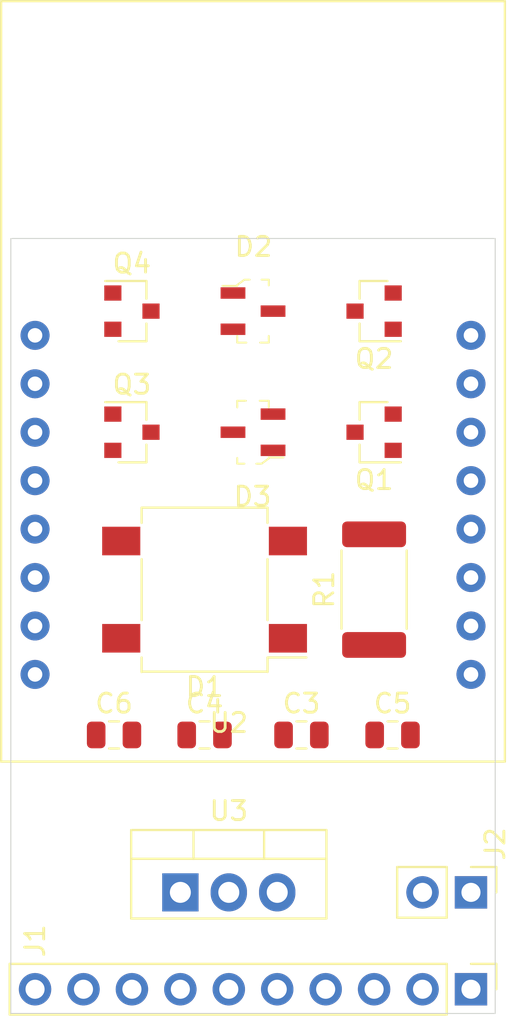
<source format=kicad_pcb>
(kicad_pcb (version 20171130) (host pcbnew 5.1.5+dfsg1-2build2)

  (general
    (thickness 1.6)
    (drawings 4)
    (tracks 0)
    (zones 0)
    (modules 16)
    (nets 24)
  )

  (page A4)
  (layers
    (0 F.Cu signal)
    (31 B.Cu signal)
    (32 B.Adhes user)
    (33 F.Adhes user)
    (34 B.Paste user)
    (35 F.Paste user)
    (36 B.SilkS user)
    (37 F.SilkS user)
    (38 B.Mask user)
    (39 F.Mask user)
    (40 Dwgs.User user)
    (41 Cmts.User user)
    (42 Eco1.User user)
    (43 Eco2.User user)
    (44 Edge.Cuts user)
    (45 Margin user)
    (46 B.CrtYd user)
    (47 F.CrtYd user)
    (48 B.Fab user)
    (49 F.Fab user)
  )

  (setup
    (last_trace_width 0.25)
    (trace_clearance 0.2)
    (zone_clearance 0.508)
    (zone_45_only no)
    (trace_min 0.2)
    (via_size 0.8)
    (via_drill 0.4)
    (via_min_size 0.4)
    (via_min_drill 0.3)
    (uvia_size 0.3)
    (uvia_drill 0.1)
    (uvias_allowed no)
    (uvia_min_size 0.2)
    (uvia_min_drill 0.1)
    (edge_width 0.05)
    (segment_width 0.2)
    (pcb_text_width 0.3)
    (pcb_text_size 1.5 1.5)
    (mod_edge_width 0.12)
    (mod_text_size 1 1)
    (mod_text_width 0.15)
    (pad_size 1.524 1.524)
    (pad_drill 0.762)
    (pad_to_mask_clearance 0.051)
    (solder_mask_min_width 0.25)
    (aux_axis_origin 0 0)
    (visible_elements FFFFFF7F)
    (pcbplotparams
      (layerselection 0x010fc_ffffffff)
      (usegerberextensions false)
      (usegerberattributes false)
      (usegerberadvancedattributes false)
      (creategerberjobfile false)
      (excludeedgelayer true)
      (linewidth 0.100000)
      (plotframeref false)
      (viasonmask false)
      (mode 1)
      (useauxorigin false)
      (hpglpennumber 1)
      (hpglpenspeed 20)
      (hpglpendiameter 15.000000)
      (psnegative false)
      (psa4output false)
      (plotreference true)
      (plotvalue true)
      (plotinvisibletext false)
      (padsonsilk false)
      (subtractmaskfromsilk false)
      (outputformat 1)
      (mirror false)
      (drillshape 1)
      (scaleselection 1)
      (outputdirectory ""))
  )

  (net 0 "")
  (net 1 GND)
  (net 2 "Net-(C3-Pad1)")
  (net 3 "Net-(C4-Pad1)")
  (net 4 "Net-(C5-Pad1)")
  (net 5 "Net-(C6-Pad2)")
  (net 6 "Net-(D1-Pad4)")
  (net 7 "Net-(D1-Pad3)")
  (net 8 "Net-(D2-Pad1)")
  (net 9 "Net-(D2-Pad2)")
  (net 10 "Net-(D3-Pad1)")
  (net 11 "Net-(D3-Pad2)")
  (net 12 "Net-(J2-Pad2)")
  (net 13 "Net-(Q1-Pad1)")
  (net 14 "Net-(Q2-Pad1)")
  (net 15 "Net-(Q3-Pad1)")
  (net 16 "Net-(Q4-Pad1)")
  (net 17 "Net-(U2-Pad15)")
  (net 18 "Net-(U2-Pad14)")
  (net 19 "Net-(U2-Pad13)")
  (net 20 "Net-(U2-Pad12)")
  (net 21 "Net-(U2-Pad11)")
  (net 22 "Net-(U2-Pad10)")
  (net 23 "Net-(U2-Pad9)")

  (net_class Default "This is the default net class."
    (clearance 0.2)
    (trace_width 0.25)
    (via_dia 0.8)
    (via_drill 0.4)
    (uvia_dia 0.3)
    (uvia_drill 0.1)
    (add_net GND)
    (add_net "Net-(C3-Pad1)")
    (add_net "Net-(C4-Pad1)")
    (add_net "Net-(C5-Pad1)")
    (add_net "Net-(C6-Pad2)")
    (add_net "Net-(D1-Pad3)")
    (add_net "Net-(D1-Pad4)")
    (add_net "Net-(D2-Pad1)")
    (add_net "Net-(D2-Pad2)")
    (add_net "Net-(D3-Pad1)")
    (add_net "Net-(D3-Pad2)")
    (add_net "Net-(J2-Pad2)")
    (add_net "Net-(Q1-Pad1)")
    (add_net "Net-(Q2-Pad1)")
    (add_net "Net-(Q3-Pad1)")
    (add_net "Net-(Q4-Pad1)")
    (add_net "Net-(U2-Pad10)")
    (add_net "Net-(U2-Pad11)")
    (add_net "Net-(U2-Pad12)")
    (add_net "Net-(U2-Pad13)")
    (add_net "Net-(U2-Pad14)")
    (add_net "Net-(U2-Pad15)")
    (add_net "Net-(U2-Pad9)")
  )

  (module Capacitor_SMD:C_0805_2012Metric (layer F.Cu) (tedit 5B36C52B) (tstamp 5F26C9E5)
    (at 118.4425 122.555)
    (descr "Capacitor SMD 0805 (2012 Metric), square (rectangular) end terminal, IPC_7351 nominal, (Body size source: https://docs.google.com/spreadsheets/d/1BsfQQcO9C6DZCsRaXUlFlo91Tg2WpOkGARC1WS5S8t0/edit?usp=sharing), generated with kicad-footprint-generator")
    (tags capacitor)
    (path /5F24F95F)
    (attr smd)
    (fp_text reference C6 (at 0 -1.65) (layer F.SilkS)
      (effects (font (size 1 1) (thickness 0.15)))
    )
    (fp_text value C (at 0 1.65) (layer F.Fab) hide
      (effects (font (size 1 1) (thickness 0.15)))
    )
    (fp_text user %R (at 0 0) (layer F.Fab)
      (effects (font (size 0.5 0.5) (thickness 0.08)))
    )
    (fp_line (start 1.68 0.95) (end -1.68 0.95) (layer F.CrtYd) (width 0.05))
    (fp_line (start 1.68 -0.95) (end 1.68 0.95) (layer F.CrtYd) (width 0.05))
    (fp_line (start -1.68 -0.95) (end 1.68 -0.95) (layer F.CrtYd) (width 0.05))
    (fp_line (start -1.68 0.95) (end -1.68 -0.95) (layer F.CrtYd) (width 0.05))
    (fp_line (start -0.258578 0.71) (end 0.258578 0.71) (layer F.SilkS) (width 0.12))
    (fp_line (start -0.258578 -0.71) (end 0.258578 -0.71) (layer F.SilkS) (width 0.12))
    (fp_line (start 1 0.6) (end -1 0.6) (layer F.Fab) (width 0.1))
    (fp_line (start 1 -0.6) (end 1 0.6) (layer F.Fab) (width 0.1))
    (fp_line (start -1 -0.6) (end 1 -0.6) (layer F.Fab) (width 0.1))
    (fp_line (start -1 0.6) (end -1 -0.6) (layer F.Fab) (width 0.1))
    (pad 2 smd roundrect (at 0.9375 0) (size 0.975 1.4) (layers F.Cu F.Paste F.Mask) (roundrect_rratio 0.25)
      (net 5 "Net-(C6-Pad2)"))
    (pad 1 smd roundrect (at -0.9375 0) (size 0.975 1.4) (layers F.Cu F.Paste F.Mask) (roundrect_rratio 0.25)
      (net 1 GND))
    (model ${KISYS3DMOD}/Capacitor_SMD.3dshapes/C_0805_2012Metric.wrl
      (at (xyz 0 0 0))
      (scale (xyz 1 1 1))
      (rotate (xyz 0 0 0))
    )
  )

  (module Capacitor_SMD:C_0805_2012Metric (layer F.Cu) (tedit 5B36C52B) (tstamp 5F26D210)
    (at 133.0475 122.555)
    (descr "Capacitor SMD 0805 (2012 Metric), square (rectangular) end terminal, IPC_7351 nominal, (Body size source: https://docs.google.com/spreadsheets/d/1BsfQQcO9C6DZCsRaXUlFlo91Tg2WpOkGARC1WS5S8t0/edit?usp=sharing), generated with kicad-footprint-generator")
    (tags capacitor)
    (path /5F3038BA)
    (attr smd)
    (fp_text reference C5 (at 0 -1.65) (layer F.SilkS)
      (effects (font (size 1 1) (thickness 0.15)))
    )
    (fp_text value C (at 0 1.65) (layer F.Fab) hide
      (effects (font (size 1 1) (thickness 0.15)))
    )
    (fp_text user %R (at 0 0) (layer F.Fab)
      (effects (font (size 0.5 0.5) (thickness 0.08)))
    )
    (fp_line (start 1.68 0.95) (end -1.68 0.95) (layer F.CrtYd) (width 0.05))
    (fp_line (start 1.68 -0.95) (end 1.68 0.95) (layer F.CrtYd) (width 0.05))
    (fp_line (start -1.68 -0.95) (end 1.68 -0.95) (layer F.CrtYd) (width 0.05))
    (fp_line (start -1.68 0.95) (end -1.68 -0.95) (layer F.CrtYd) (width 0.05))
    (fp_line (start -0.258578 0.71) (end 0.258578 0.71) (layer F.SilkS) (width 0.12))
    (fp_line (start -0.258578 -0.71) (end 0.258578 -0.71) (layer F.SilkS) (width 0.12))
    (fp_line (start 1 0.6) (end -1 0.6) (layer F.Fab) (width 0.1))
    (fp_line (start 1 -0.6) (end 1 0.6) (layer F.Fab) (width 0.1))
    (fp_line (start -1 -0.6) (end 1 -0.6) (layer F.Fab) (width 0.1))
    (fp_line (start -1 0.6) (end -1 -0.6) (layer F.Fab) (width 0.1))
    (pad 2 smd roundrect (at 0.9375 0) (size 0.975 1.4) (layers F.Cu F.Paste F.Mask) (roundrect_rratio 0.25)
      (net 1 GND))
    (pad 1 smd roundrect (at -0.9375 0) (size 0.975 1.4) (layers F.Cu F.Paste F.Mask) (roundrect_rratio 0.25)
      (net 4 "Net-(C5-Pad1)"))
    (model ${KISYS3DMOD}/Capacitor_SMD.3dshapes/C_0805_2012Metric.wrl
      (at (xyz 0 0 0))
      (scale (xyz 1 1 1))
      (rotate (xyz 0 0 0))
    )
  )

  (module Capacitor_SMD:C_0805_2012Metric (layer F.Cu) (tedit 5B36C52B) (tstamp 5F26C9C3)
    (at 123.19 122.555)
    (descr "Capacitor SMD 0805 (2012 Metric), square (rectangular) end terminal, IPC_7351 nominal, (Body size source: https://docs.google.com/spreadsheets/d/1BsfQQcO9C6DZCsRaXUlFlo91Tg2WpOkGARC1WS5S8t0/edit?usp=sharing), generated with kicad-footprint-generator")
    (tags capacitor)
    (path /5F2E553A)
    (attr smd)
    (fp_text reference C4 (at 0 -1.65) (layer F.SilkS)
      (effects (font (size 1 1) (thickness 0.15)))
    )
    (fp_text value C (at 0 1.65) (layer F.Fab) hide
      (effects (font (size 1 1) (thickness 0.15)))
    )
    (fp_text user %R (at 0 0) (layer F.Fab)
      (effects (font (size 0.5 0.5) (thickness 0.08)))
    )
    (fp_line (start 1.68 0.95) (end -1.68 0.95) (layer F.CrtYd) (width 0.05))
    (fp_line (start 1.68 -0.95) (end 1.68 0.95) (layer F.CrtYd) (width 0.05))
    (fp_line (start -1.68 -0.95) (end 1.68 -0.95) (layer F.CrtYd) (width 0.05))
    (fp_line (start -1.68 0.95) (end -1.68 -0.95) (layer F.CrtYd) (width 0.05))
    (fp_line (start -0.258578 0.71) (end 0.258578 0.71) (layer F.SilkS) (width 0.12))
    (fp_line (start -0.258578 -0.71) (end 0.258578 -0.71) (layer F.SilkS) (width 0.12))
    (fp_line (start 1 0.6) (end -1 0.6) (layer F.Fab) (width 0.1))
    (fp_line (start 1 -0.6) (end 1 0.6) (layer F.Fab) (width 0.1))
    (fp_line (start -1 -0.6) (end 1 -0.6) (layer F.Fab) (width 0.1))
    (fp_line (start -1 0.6) (end -1 -0.6) (layer F.Fab) (width 0.1))
    (pad 2 smd roundrect (at 0.9375 0) (size 0.975 1.4) (layers F.Cu F.Paste F.Mask) (roundrect_rratio 0.25)
      (net 1 GND))
    (pad 1 smd roundrect (at -0.9375 0) (size 0.975 1.4) (layers F.Cu F.Paste F.Mask) (roundrect_rratio 0.25)
      (net 3 "Net-(C4-Pad1)"))
    (model ${KISYS3DMOD}/Capacitor_SMD.3dshapes/C_0805_2012Metric.wrl
      (at (xyz 0 0 0))
      (scale (xyz 1 1 1))
      (rotate (xyz 0 0 0))
    )
  )

  (module Capacitor_SMD:C_0805_2012Metric (layer F.Cu) (tedit 5B36C52B) (tstamp 5F26C9B2)
    (at 128.27 122.555)
    (descr "Capacitor SMD 0805 (2012 Metric), square (rectangular) end terminal, IPC_7351 nominal, (Body size source: https://docs.google.com/spreadsheets/d/1BsfQQcO9C6DZCsRaXUlFlo91Tg2WpOkGARC1WS5S8t0/edit?usp=sharing), generated with kicad-footprint-generator")
    (tags capacitor)
    (path /5F313280)
    (attr smd)
    (fp_text reference C3 (at 0 -1.65) (layer F.SilkS)
      (effects (font (size 1 1) (thickness 0.15)))
    )
    (fp_text value C (at 0 1.65) (layer F.Fab) hide
      (effects (font (size 1 1) (thickness 0.15)))
    )
    (fp_text user %R (at 0 0) (layer F.Fab)
      (effects (font (size 0.5 0.5) (thickness 0.08)))
    )
    (fp_line (start 1.68 0.95) (end -1.68 0.95) (layer F.CrtYd) (width 0.05))
    (fp_line (start 1.68 -0.95) (end 1.68 0.95) (layer F.CrtYd) (width 0.05))
    (fp_line (start -1.68 -0.95) (end 1.68 -0.95) (layer F.CrtYd) (width 0.05))
    (fp_line (start -1.68 0.95) (end -1.68 -0.95) (layer F.CrtYd) (width 0.05))
    (fp_line (start -0.258578 0.71) (end 0.258578 0.71) (layer F.SilkS) (width 0.12))
    (fp_line (start -0.258578 -0.71) (end 0.258578 -0.71) (layer F.SilkS) (width 0.12))
    (fp_line (start 1 0.6) (end -1 0.6) (layer F.Fab) (width 0.1))
    (fp_line (start 1 -0.6) (end 1 0.6) (layer F.Fab) (width 0.1))
    (fp_line (start -1 -0.6) (end 1 -0.6) (layer F.Fab) (width 0.1))
    (fp_line (start -1 0.6) (end -1 -0.6) (layer F.Fab) (width 0.1))
    (pad 2 smd roundrect (at 0.9375 0) (size 0.975 1.4) (layers F.Cu F.Paste F.Mask) (roundrect_rratio 0.25)
      (net 1 GND))
    (pad 1 smd roundrect (at -0.9375 0) (size 0.975 1.4) (layers F.Cu F.Paste F.Mask) (roundrect_rratio 0.25)
      (net 2 "Net-(C3-Pad1)"))
    (model ${KISYS3DMOD}/Capacitor_SMD.3dshapes/C_0805_2012Metric.wrl
      (at (xyz 0 0 0))
      (scale (xyz 1 1 1))
      (rotate (xyz 0 0 0))
    )
  )

  (module transistor_board:ESP32-CAM (layer F.Cu) (tedit 5F16A64E) (tstamp 5F26C536)
    (at 124.46 111.76 180)
    (path /5F16A753)
    (fp_text reference U2 (at 0 -10.16) (layer F.SilkS)
      (effects (font (size 1 1) (thickness 0.15)))
    )
    (fp_text value ESP32-cam (at 0 11.43) (layer F.Fab)
      (effects (font (size 1 1) (thickness 0.15)))
    )
    (fp_line (start 11.938 -12.192) (end -14.478 -12.192) (layer F.SilkS) (width 0.12))
    (fp_line (start 11.938 27.686) (end 11.938 -12.192) (layer F.SilkS) (width 0.12))
    (fp_line (start -14.478 27.686) (end 11.938 27.686) (layer F.SilkS) (width 0.12))
    (fp_line (start -14.478 -12.192) (end -14.478 27.686) (layer F.SilkS) (width 0.12))
    (pad 16 thru_hole circle (at 10.16 -7.62 180) (size 1.524 1.524) (drill 0.762) (layers *.Cu *.Mask)
      (net 4 "Net-(C5-Pad1)"))
    (pad 15 thru_hole circle (at 10.16 -5.08 180) (size 1.524 1.524) (drill 0.762) (layers *.Cu *.Mask)
      (net 17 "Net-(U2-Pad15)"))
    (pad 14 thru_hole circle (at 10.16 -2.54 180) (size 1.524 1.524) (drill 0.762) (layers *.Cu *.Mask)
      (net 18 "Net-(U2-Pad14)"))
    (pad 13 thru_hole circle (at 10.16 0 180) (size 1.524 1.524) (drill 0.762) (layers *.Cu *.Mask)
      (net 19 "Net-(U2-Pad13)"))
    (pad 12 thru_hole circle (at 10.16 2.54 180) (size 1.524 1.524) (drill 0.762) (layers *.Cu *.Mask)
      (net 20 "Net-(U2-Pad12)"))
    (pad 11 thru_hole circle (at 10.16 5.08 180) (size 1.524 1.524) (drill 0.762) (layers *.Cu *.Mask)
      (net 21 "Net-(U2-Pad11)"))
    (pad 10 thru_hole circle (at 10.16 7.62 180) (size 1.524 1.524) (drill 0.762) (layers *.Cu *.Mask)
      (net 22 "Net-(U2-Pad10)"))
    (pad 9 thru_hole circle (at 10.16 10.16 180) (size 1.524 1.524) (drill 0.762) (layers *.Cu *.Mask)
      (net 23 "Net-(U2-Pad9)"))
    (pad 8 thru_hole circle (at -12.7 10.16 180) (size 1.524 1.524) (drill 0.762) (layers *.Cu *.Mask))
    (pad 7 thru_hole circle (at -12.7 7.62 180) (size 1.524 1.524) (drill 0.762) (layers *.Cu *.Mask)
      (net 12 "Net-(J2-Pad2)"))
    (pad 6 thru_hole circle (at -12.7 5.08 180) (size 1.524 1.524) (drill 0.762) (layers *.Cu *.Mask)
      (net 15 "Net-(Q3-Pad1)"))
    (pad 5 thru_hole circle (at -12.7 2.54 180) (size 1.524 1.524) (drill 0.762) (layers *.Cu *.Mask)
      (net 16 "Net-(Q4-Pad1)"))
    (pad 4 thru_hole circle (at -12.7 0 180) (size 1.524 1.524) (drill 0.762) (layers *.Cu *.Mask)
      (net 14 "Net-(Q2-Pad1)"))
    (pad 3 thru_hole circle (at -12.7 -2.54 180) (size 1.524 1.524) (drill 0.762) (layers *.Cu *.Mask)
      (net 13 "Net-(Q1-Pad1)"))
    (pad 2 thru_hole circle (at -12.7 -5.08 180) (size 1.524 1.524) (drill 0.762) (layers *.Cu *.Mask)
      (net 1 GND))
    (pad 1 thru_hole circle (at -12.7 -7.62 180) (size 1.524 1.524) (drill 0.762) (layers *.Cu *.Mask)
      (net 3 "Net-(C4-Pad1)"))
  )

  (module Diode_SMD:Diode_Bridge_Vishay_DFS (layer F.Cu) (tedit 5A4F675E) (tstamp 5F26D8BD)
    (at 123.19 114.935 180)
    (descr "SMD diode bridge DFS, see http://www.vishay.com/docs/88854/padlayouts.pdf")
    (tags DFS)
    (path /5F218132)
    (attr smd)
    (fp_text reference D1 (at 0 -5.1) (layer F.SilkS)
      (effects (font (size 1 1) (thickness 0.15)))
    )
    (fp_text value D_Bridge_+-AA (at 0 5.2) (layer F.Fab) hide
      (effects (font (size 1 1) (thickness 0.15)))
    )
    (fp_line (start 5.62 4.45) (end -5.62 4.45) (layer F.CrtYd) (width 0.05))
    (fp_line (start 5.62 4.45) (end 5.62 -4.45) (layer F.CrtYd) (width 0.05))
    (fp_line (start -5.62 -4.45) (end -5.62 4.45) (layer F.CrtYd) (width 0.05))
    (fp_line (start -5.62 -4.45) (end 5.62 -4.45) (layer F.CrtYd) (width 0.05))
    (fp_line (start -2.3 -4.2) (end 3.2 -4.2) (layer F.Fab) (width 0.12))
    (fp_line (start -3.2 -3.3) (end -2.3 -4.2) (layer F.Fab) (width 0.12))
    (fp_line (start -3.2 4.2) (end -3.2 -3.3) (layer F.Fab) (width 0.12))
    (fp_line (start 3.2 4.2) (end -3.2 4.2) (layer F.Fab) (width 0.12))
    (fp_line (start 3.2 -4.2) (end 3.2 4.2) (layer F.Fab) (width 0.12))
    (fp_line (start -3.3 -4.3) (end 3.3 -4.3) (layer F.SilkS) (width 0.12))
    (fp_line (start 3.3 -1.6) (end 3.3 1.6) (layer F.SilkS) (width 0.12))
    (fp_line (start -3.3 -1.6) (end -3.3 1.6) (layer F.SilkS) (width 0.12))
    (fp_line (start 3.3 4.3) (end 3.3 3.5) (layer F.SilkS) (width 0.12))
    (fp_line (start -3.3 4.3) (end 3.3 4.3) (layer F.SilkS) (width 0.12))
    (fp_line (start -3.3 3.5) (end -3.3 4.3) (layer F.SilkS) (width 0.12))
    (fp_text user %R (at 0 -0.065) (layer F.Fab)
      (effects (font (size 1 1) (thickness 0.15)))
    )
    (fp_line (start -3.302 -4.318) (end -3.302 -3.556) (layer F.SilkS) (width 0.12))
    (fp_line (start -3.302 -3.556) (end -5.334 -3.556) (layer F.SilkS) (width 0.12))
    (fp_line (start -5.334 -3.556) (end -5.334 -3.556) (layer F.SilkS) (width 0.12))
    (fp_line (start 3.302 -3.556) (end 3.302 -4.318) (layer F.SilkS) (width 0.12))
    (fp_line (start 3.302 -4.318) (end 3.302 -4.318) (layer F.SilkS) (width 0.12))
    (pad 4 smd rect (at 4.37 -2.55 180) (size 2 1.5) (layers F.Cu F.Paste F.Mask)
      (net 6 "Net-(D1-Pad4)"))
    (pad 3 smd rect (at 4.37 2.55 180) (size 2 1.5) (layers F.Cu F.Paste F.Mask)
      (net 7 "Net-(D1-Pad3)"))
    (pad 2 smd rect (at -4.37 2.55 180) (size 2 1.5) (layers F.Cu F.Paste F.Mask)
      (net 1 GND))
    (pad 1 smd rect (at -4.37 -2.55 180) (size 2 1.5) (layers F.Cu F.Paste F.Mask)
      (net 2 "Net-(C3-Pad1)"))
    (model ${KISYS3DMOD}/Diode_SMD.3dshapes/Diode_Bridge_Vishay_DFS.wrl
      (at (xyz 0 0 0))
      (scale (xyz 1 1 1))
      (rotate (xyz 0 0 0))
    )
  )

  (module Connector_PinHeader_2.54mm:PinHeader_1x02_P2.54mm_Vertical (layer F.Cu) (tedit 59FED5CC) (tstamp 5F2701B2)
    (at 137.16 130.81 270)
    (descr "Through hole straight pin header, 1x02, 2.54mm pitch, single row")
    (tags "Through hole pin header THT 1x02 2.54mm single row")
    (path /5F30B63D)
    (fp_text reference J2 (at -2.54 -1.27 90) (layer F.SilkS)
      (effects (font (size 1 1) (thickness 0.15)))
    )
    (fp_text value Conn_01x02 (at 0 4.87 90) (layer F.Fab) hide
      (effects (font (size 1 1) (thickness 0.15)))
    )
    (fp_text user %R (at 0 1.27) (layer F.Fab)
      (effects (font (size 1 1) (thickness 0.15)))
    )
    (fp_line (start 1.8 -1.8) (end -1.8 -1.8) (layer F.CrtYd) (width 0.05))
    (fp_line (start 1.8 4.35) (end 1.8 -1.8) (layer F.CrtYd) (width 0.05))
    (fp_line (start -1.8 4.35) (end 1.8 4.35) (layer F.CrtYd) (width 0.05))
    (fp_line (start -1.8 -1.8) (end -1.8 4.35) (layer F.CrtYd) (width 0.05))
    (fp_line (start -1.33 -1.33) (end 0 -1.33) (layer F.SilkS) (width 0.12))
    (fp_line (start -1.33 0) (end -1.33 -1.33) (layer F.SilkS) (width 0.12))
    (fp_line (start -1.33 1.27) (end 1.33 1.27) (layer F.SilkS) (width 0.12))
    (fp_line (start 1.33 1.27) (end 1.33 3.87) (layer F.SilkS) (width 0.12))
    (fp_line (start -1.33 1.27) (end -1.33 3.87) (layer F.SilkS) (width 0.12))
    (fp_line (start -1.33 3.87) (end 1.33 3.87) (layer F.SilkS) (width 0.12))
    (fp_line (start -1.27 -0.635) (end -0.635 -1.27) (layer F.Fab) (width 0.1))
    (fp_line (start -1.27 3.81) (end -1.27 -0.635) (layer F.Fab) (width 0.1))
    (fp_line (start 1.27 3.81) (end -1.27 3.81) (layer F.Fab) (width 0.1))
    (fp_line (start 1.27 -1.27) (end 1.27 3.81) (layer F.Fab) (width 0.1))
    (fp_line (start -0.635 -1.27) (end 1.27 -1.27) (layer F.Fab) (width 0.1))
    (pad 2 thru_hole oval (at 0 2.54 270) (size 1.7 1.7) (drill 1) (layers *.Cu *.Mask)
      (net 12 "Net-(J2-Pad2)"))
    (pad 1 thru_hole rect (at 0 0 270) (size 1.7 1.7) (drill 1) (layers *.Cu *.Mask)
      (net 1 GND))
    (model ${KISYS3DMOD}/Connector_PinHeader_2.54mm.3dshapes/PinHeader_1x02_P2.54mm_Vertical.wrl
      (at (xyz 0 0 0))
      (scale (xyz 1 1 1))
      (rotate (xyz 0 0 0))
    )
  )

  (module Connector_PinHeader_2.54mm:PinHeader_1x10_P2.54mm_Vertical (layer F.Cu) (tedit 59FED5CC) (tstamp 5F26D175)
    (at 137.16 135.89 270)
    (descr "Through hole straight pin header, 1x10, 2.54mm pitch, single row")
    (tags "Through hole pin header THT 1x10 2.54mm single row")
    (path /5F26F492)
    (fp_text reference J1 (at -2.54 22.86 90) (layer F.SilkS)
      (effects (font (size 1 1) (thickness 0.15)))
    )
    (fp_text value Conn_01x10 (at 0 25.19 90) (layer F.Fab) hide
      (effects (font (size 1 1) (thickness 0.15)))
    )
    (fp_text user %R (at 0 11.43) (layer F.Fab)
      (effects (font (size 1 1) (thickness 0.15)))
    )
    (fp_line (start 1.8 -1.8) (end -1.8 -1.8) (layer F.CrtYd) (width 0.05))
    (fp_line (start 1.8 24.65) (end 1.8 -1.8) (layer F.CrtYd) (width 0.05))
    (fp_line (start -1.8 24.65) (end 1.8 24.65) (layer F.CrtYd) (width 0.05))
    (fp_line (start -1.8 -1.8) (end -1.8 24.65) (layer F.CrtYd) (width 0.05))
    (fp_line (start -1.33 -1.33) (end 0 -1.33) (layer F.SilkS) (width 0.12))
    (fp_line (start -1.33 0) (end -1.33 -1.33) (layer F.SilkS) (width 0.12))
    (fp_line (start -1.33 1.27) (end 1.33 1.27) (layer F.SilkS) (width 0.12))
    (fp_line (start 1.33 1.27) (end 1.33 24.19) (layer F.SilkS) (width 0.12))
    (fp_line (start -1.33 1.27) (end -1.33 24.19) (layer F.SilkS) (width 0.12))
    (fp_line (start -1.33 24.19) (end 1.33 24.19) (layer F.SilkS) (width 0.12))
    (fp_line (start -1.27 -0.635) (end -0.635 -1.27) (layer F.Fab) (width 0.1))
    (fp_line (start -1.27 24.13) (end -1.27 -0.635) (layer F.Fab) (width 0.1))
    (fp_line (start 1.27 24.13) (end -1.27 24.13) (layer F.Fab) (width 0.1))
    (fp_line (start 1.27 -1.27) (end 1.27 24.13) (layer F.Fab) (width 0.1))
    (fp_line (start -0.635 -1.27) (end 1.27 -1.27) (layer F.Fab) (width 0.1))
    (pad 10 thru_hole oval (at 0 22.86 270) (size 1.7 1.7) (drill 1) (layers *.Cu *.Mask)
      (net 7 "Net-(D1-Pad3)"))
    (pad 9 thru_hole oval (at 0 20.32 270) (size 1.7 1.7) (drill 1) (layers *.Cu *.Mask)
      (net 6 "Net-(D1-Pad4)"))
    (pad 8 thru_hole oval (at 0 17.78 270) (size 1.7 1.7) (drill 1) (layers *.Cu *.Mask)
      (net 8 "Net-(D2-Pad1)"))
    (pad 7 thru_hole oval (at 0 15.24 270) (size 1.7 1.7) (drill 1) (layers *.Cu *.Mask)
      (net 9 "Net-(D2-Pad2)"))
    (pad 6 thru_hole oval (at 0 12.7 270) (size 1.7 1.7) (drill 1) (layers *.Cu *.Mask)
      (net 2 "Net-(C3-Pad1)"))
    (pad 5 thru_hole oval (at 0 10.16 270) (size 1.7 1.7) (drill 1) (layers *.Cu *.Mask)
      (net 10 "Net-(D3-Pad1)"))
    (pad 4 thru_hole oval (at 0 7.62 270) (size 1.7 1.7) (drill 1) (layers *.Cu *.Mask)
      (net 11 "Net-(D3-Pad2)"))
    (pad 3 thru_hole oval (at 0 5.08 270) (size 1.7 1.7) (drill 1) (layers *.Cu *.Mask)
      (net 2 "Net-(C3-Pad1)"))
    (pad 2 thru_hole oval (at 0 2.54 270) (size 1.7 1.7) (drill 1) (layers *.Cu *.Mask)
      (net 5 "Net-(C6-Pad2)"))
    (pad 1 thru_hole rect (at 0 0 270) (size 1.7 1.7) (drill 1) (layers *.Cu *.Mask)
      (net 1 GND))
    (model ${KISYS3DMOD}/Connector_PinHeader_2.54mm.3dshapes/PinHeader_1x10_P2.54mm_Vertical.wrl
      (at (xyz 0 0 0))
      (scale (xyz 1 1 1))
      (rotate (xyz 0 0 0))
    )
  )

  (module Package_TO_SOT_THT:TO-220-3_Vertical (layer F.Cu) (tedit 5AC8BA0D) (tstamp 5F26D313)
    (at 121.92 130.81)
    (descr "TO-220-3, Vertical, RM 2.54mm, see https://www.vishay.com/docs/66542/to-220-1.pdf")
    (tags "TO-220-3 Vertical RM 2.54mm")
    (path /5F300908)
    (fp_text reference U3 (at 2.54 -4.27) (layer F.SilkS)
      (effects (font (size 1 1) (thickness 0.15)))
    )
    (fp_text value LM7805_TO220 (at 2.54 2.5) (layer F.Fab) hide
      (effects (font (size 1 1) (thickness 0.15)))
    )
    (fp_text user %R (at 2.54 -4.27) (layer F.Fab)
      (effects (font (size 1 1) (thickness 0.15)))
    )
    (fp_line (start 7.79 -3.4) (end -2.71 -3.4) (layer F.CrtYd) (width 0.05))
    (fp_line (start 7.79 1.51) (end 7.79 -3.4) (layer F.CrtYd) (width 0.05))
    (fp_line (start -2.71 1.51) (end 7.79 1.51) (layer F.CrtYd) (width 0.05))
    (fp_line (start -2.71 -3.4) (end -2.71 1.51) (layer F.CrtYd) (width 0.05))
    (fp_line (start 4.391 -3.27) (end 4.391 -1.76) (layer F.SilkS) (width 0.12))
    (fp_line (start 0.69 -3.27) (end 0.69 -1.76) (layer F.SilkS) (width 0.12))
    (fp_line (start -2.58 -1.76) (end 7.66 -1.76) (layer F.SilkS) (width 0.12))
    (fp_line (start 7.66 -3.27) (end 7.66 1.371) (layer F.SilkS) (width 0.12))
    (fp_line (start -2.58 -3.27) (end -2.58 1.371) (layer F.SilkS) (width 0.12))
    (fp_line (start -2.58 1.371) (end 7.66 1.371) (layer F.SilkS) (width 0.12))
    (fp_line (start -2.58 -3.27) (end 7.66 -3.27) (layer F.SilkS) (width 0.12))
    (fp_line (start 4.39 -3.15) (end 4.39 -1.88) (layer F.Fab) (width 0.1))
    (fp_line (start 0.69 -3.15) (end 0.69 -1.88) (layer F.Fab) (width 0.1))
    (fp_line (start -2.46 -1.88) (end 7.54 -1.88) (layer F.Fab) (width 0.1))
    (fp_line (start 7.54 -3.15) (end -2.46 -3.15) (layer F.Fab) (width 0.1))
    (fp_line (start 7.54 1.25) (end 7.54 -3.15) (layer F.Fab) (width 0.1))
    (fp_line (start -2.46 1.25) (end 7.54 1.25) (layer F.Fab) (width 0.1))
    (fp_line (start -2.46 -3.15) (end -2.46 1.25) (layer F.Fab) (width 0.1))
    (pad 3 thru_hole oval (at 5.08 0) (size 1.905 2) (drill 1.1) (layers *.Cu *.Mask)
      (net 4 "Net-(C5-Pad1)"))
    (pad 2 thru_hole oval (at 2.54 0) (size 1.905 2) (drill 1.1) (layers *.Cu *.Mask)
      (net 1 GND))
    (pad 1 thru_hole rect (at 0 0) (size 1.905 2) (drill 1.1) (layers *.Cu *.Mask)
      (net 5 "Net-(C6-Pad2)"))
    (model ${KISYS3DMOD}/Package_TO_SOT_THT.3dshapes/TO-220-3_Vertical.wrl
      (at (xyz 0 0 0))
      (scale (xyz 1 1 1))
      (rotate (xyz 0 0 0))
    )
  )

  (module Resistor_SMD:R_2512_6332Metric (layer F.Cu) (tedit 5B301BBD) (tstamp 5F26D9B5)
    (at 132.08 114.935 90)
    (descr "Resistor SMD 2512 (6332 Metric), square (rectangular) end terminal, IPC_7351 nominal, (Body size source: http://www.tortai-tech.com/upload/download/2011102023233369053.pdf), generated with kicad-footprint-generator")
    (tags resistor)
    (path /5F21E564)
    (attr smd)
    (fp_text reference R1 (at 0 -2.62 90) (layer F.SilkS)
      (effects (font (size 1 1) (thickness 0.15)))
    )
    (fp_text value R (at 0 2.62 90) (layer F.Fab)
      (effects (font (size 1 1) (thickness 0.15)))
    )
    (fp_text user %R (at 0 0 90) (layer F.Fab)
      (effects (font (size 1 1) (thickness 0.15)))
    )
    (fp_line (start 3.82 1.92) (end -3.82 1.92) (layer F.CrtYd) (width 0.05))
    (fp_line (start 3.82 -1.92) (end 3.82 1.92) (layer F.CrtYd) (width 0.05))
    (fp_line (start -3.82 -1.92) (end 3.82 -1.92) (layer F.CrtYd) (width 0.05))
    (fp_line (start -3.82 1.92) (end -3.82 -1.92) (layer F.CrtYd) (width 0.05))
    (fp_line (start -2.052064 1.71) (end 2.052064 1.71) (layer F.SilkS) (width 0.12))
    (fp_line (start -2.052064 -1.71) (end 2.052064 -1.71) (layer F.SilkS) (width 0.12))
    (fp_line (start 3.15 1.6) (end -3.15 1.6) (layer F.Fab) (width 0.1))
    (fp_line (start 3.15 -1.6) (end 3.15 1.6) (layer F.Fab) (width 0.1))
    (fp_line (start -3.15 -1.6) (end 3.15 -1.6) (layer F.Fab) (width 0.1))
    (fp_line (start -3.15 1.6) (end -3.15 -1.6) (layer F.Fab) (width 0.1))
    (pad 2 smd roundrect (at 2.9 0 90) (size 1.35 3.35) (layers F.Cu F.Paste F.Mask) (roundrect_rratio 0.185185)
      (net 2 "Net-(C3-Pad1)"))
    (pad 1 smd roundrect (at -2.9 0 90) (size 1.35 3.35) (layers F.Cu F.Paste F.Mask) (roundrect_rratio 0.185185)
      (net 5 "Net-(C6-Pad2)"))
    (model ${KISYS3DMOD}/Resistor_SMD.3dshapes/R_2512_6332Metric.wrl
      (at (xyz 0 0 0))
      (scale (xyz 1 1 1))
      (rotate (xyz 0 0 0))
    )
  )

  (module Package_TO_SOT_SMD:SOT-23 (layer F.Cu) (tedit 5A02FF57) (tstamp 5F26D64E)
    (at 119.38 100.33)
    (descr "SOT-23, Standard")
    (tags SOT-23)
    (path /5F2578EE)
    (attr smd)
    (fp_text reference Q4 (at 0 -2.5) (layer F.SilkS)
      (effects (font (size 1 1) (thickness 0.15)))
    )
    (fp_text value MMBF170 (at 0 2.5) (layer F.Fab) hide
      (effects (font (size 1 1) (thickness 0.15)))
    )
    (fp_line (start 0.76 1.58) (end -0.7 1.58) (layer F.SilkS) (width 0.12))
    (fp_line (start 0.76 -1.58) (end -1.4 -1.58) (layer F.SilkS) (width 0.12))
    (fp_line (start -1.7 1.75) (end -1.7 -1.75) (layer F.CrtYd) (width 0.05))
    (fp_line (start 1.7 1.75) (end -1.7 1.75) (layer F.CrtYd) (width 0.05))
    (fp_line (start 1.7 -1.75) (end 1.7 1.75) (layer F.CrtYd) (width 0.05))
    (fp_line (start -1.7 -1.75) (end 1.7 -1.75) (layer F.CrtYd) (width 0.05))
    (fp_line (start 0.76 -1.58) (end 0.76 -0.65) (layer F.SilkS) (width 0.12))
    (fp_line (start 0.76 1.58) (end 0.76 0.65) (layer F.SilkS) (width 0.12))
    (fp_line (start -0.7 1.52) (end 0.7 1.52) (layer F.Fab) (width 0.1))
    (fp_line (start 0.7 -1.52) (end 0.7 1.52) (layer F.Fab) (width 0.1))
    (fp_line (start -0.7 -0.95) (end -0.15 -1.52) (layer F.Fab) (width 0.1))
    (fp_line (start -0.15 -1.52) (end 0.7 -1.52) (layer F.Fab) (width 0.1))
    (fp_line (start -0.7 -0.95) (end -0.7 1.5) (layer F.Fab) (width 0.1))
    (fp_text user %R (at 0 0 90) (layer F.Fab)
      (effects (font (size 0.5 0.5) (thickness 0.075)))
    )
    (pad 3 smd rect (at 1 0) (size 0.9 0.8) (layers F.Cu F.Paste F.Mask)
      (net 8 "Net-(D2-Pad1)"))
    (pad 2 smd rect (at -1 0.95) (size 0.9 0.8) (layers F.Cu F.Paste F.Mask)
      (net 1 GND))
    (pad 1 smd rect (at -1 -0.95) (size 0.9 0.8) (layers F.Cu F.Paste F.Mask)
      (net 16 "Net-(Q4-Pad1)"))
    (model ${KISYS3DMOD}/Package_TO_SOT_SMD.3dshapes/SOT-23.wrl
      (at (xyz 0 0 0))
      (scale (xyz 1 1 1))
      (rotate (xyz 0 0 0))
    )
  )

  (module Package_TO_SOT_SMD:SOT-23 (layer F.Cu) (tedit 5A02FF57) (tstamp 5F26D639)
    (at 119.38 106.68)
    (descr "SOT-23, Standard")
    (tags SOT-23)
    (path /5F2BA0E0)
    (attr smd)
    (fp_text reference Q3 (at 0 -2.5) (layer F.SilkS)
      (effects (font (size 1 1) (thickness 0.15)))
    )
    (fp_text value MMBF170 (at 0 2.5) (layer F.Fab) hide
      (effects (font (size 1 1) (thickness 0.15)))
    )
    (fp_line (start 0.76 1.58) (end -0.7 1.58) (layer F.SilkS) (width 0.12))
    (fp_line (start 0.76 -1.58) (end -1.4 -1.58) (layer F.SilkS) (width 0.12))
    (fp_line (start -1.7 1.75) (end -1.7 -1.75) (layer F.CrtYd) (width 0.05))
    (fp_line (start 1.7 1.75) (end -1.7 1.75) (layer F.CrtYd) (width 0.05))
    (fp_line (start 1.7 -1.75) (end 1.7 1.75) (layer F.CrtYd) (width 0.05))
    (fp_line (start -1.7 -1.75) (end 1.7 -1.75) (layer F.CrtYd) (width 0.05))
    (fp_line (start 0.76 -1.58) (end 0.76 -0.65) (layer F.SilkS) (width 0.12))
    (fp_line (start 0.76 1.58) (end 0.76 0.65) (layer F.SilkS) (width 0.12))
    (fp_line (start -0.7 1.52) (end 0.7 1.52) (layer F.Fab) (width 0.1))
    (fp_line (start 0.7 -1.52) (end 0.7 1.52) (layer F.Fab) (width 0.1))
    (fp_line (start -0.7 -0.95) (end -0.15 -1.52) (layer F.Fab) (width 0.1))
    (fp_line (start -0.15 -1.52) (end 0.7 -1.52) (layer F.Fab) (width 0.1))
    (fp_line (start -0.7 -0.95) (end -0.7 1.5) (layer F.Fab) (width 0.1))
    (fp_text user %R (at 0 0 90) (layer F.Fab)
      (effects (font (size 0.5 0.5) (thickness 0.075)))
    )
    (pad 3 smd rect (at 1 0) (size 0.9 0.8) (layers F.Cu F.Paste F.Mask)
      (net 9 "Net-(D2-Pad2)"))
    (pad 2 smd rect (at -1 0.95) (size 0.9 0.8) (layers F.Cu F.Paste F.Mask)
      (net 1 GND))
    (pad 1 smd rect (at -1 -0.95) (size 0.9 0.8) (layers F.Cu F.Paste F.Mask)
      (net 15 "Net-(Q3-Pad1)"))
    (model ${KISYS3DMOD}/Package_TO_SOT_SMD.3dshapes/SOT-23.wrl
      (at (xyz 0 0 0))
      (scale (xyz 1 1 1))
      (rotate (xyz 0 0 0))
    )
  )

  (module Package_TO_SOT_SMD:SOT-23 (layer F.Cu) (tedit 5A02FF57) (tstamp 5F26D624)
    (at 132.08 100.33 180)
    (descr "SOT-23, Standard")
    (tags SOT-23)
    (path /5F261E90)
    (attr smd)
    (fp_text reference Q2 (at 0 -2.5) (layer F.SilkS)
      (effects (font (size 1 1) (thickness 0.15)))
    )
    (fp_text value MMBF170 (at 0 2.5) (layer F.Fab) hide
      (effects (font (size 1 1) (thickness 0.15)))
    )
    (fp_line (start 0.76 1.58) (end -0.7 1.58) (layer F.SilkS) (width 0.12))
    (fp_line (start 0.76 -1.58) (end -1.4 -1.58) (layer F.SilkS) (width 0.12))
    (fp_line (start -1.7 1.75) (end -1.7 -1.75) (layer F.CrtYd) (width 0.05))
    (fp_line (start 1.7 1.75) (end -1.7 1.75) (layer F.CrtYd) (width 0.05))
    (fp_line (start 1.7 -1.75) (end 1.7 1.75) (layer F.CrtYd) (width 0.05))
    (fp_line (start -1.7 -1.75) (end 1.7 -1.75) (layer F.CrtYd) (width 0.05))
    (fp_line (start 0.76 -1.58) (end 0.76 -0.65) (layer F.SilkS) (width 0.12))
    (fp_line (start 0.76 1.58) (end 0.76 0.65) (layer F.SilkS) (width 0.12))
    (fp_line (start -0.7 1.52) (end 0.7 1.52) (layer F.Fab) (width 0.1))
    (fp_line (start 0.7 -1.52) (end 0.7 1.52) (layer F.Fab) (width 0.1))
    (fp_line (start -0.7 -0.95) (end -0.15 -1.52) (layer F.Fab) (width 0.1))
    (fp_line (start -0.15 -1.52) (end 0.7 -1.52) (layer F.Fab) (width 0.1))
    (fp_line (start -0.7 -0.95) (end -0.7 1.5) (layer F.Fab) (width 0.1))
    (fp_text user %R (at 0 0 90) (layer F.Fab)
      (effects (font (size 0.5 0.5) (thickness 0.075)))
    )
    (pad 3 smd rect (at 1 0 180) (size 0.9 0.8) (layers F.Cu F.Paste F.Mask)
      (net 11 "Net-(D3-Pad2)"))
    (pad 2 smd rect (at -1 0.95 180) (size 0.9 0.8) (layers F.Cu F.Paste F.Mask)
      (net 1 GND))
    (pad 1 smd rect (at -1 -0.95 180) (size 0.9 0.8) (layers F.Cu F.Paste F.Mask)
      (net 14 "Net-(Q2-Pad1)"))
    (model ${KISYS3DMOD}/Package_TO_SOT_SMD.3dshapes/SOT-23.wrl
      (at (xyz 0 0 0))
      (scale (xyz 1 1 1))
      (rotate (xyz 0 0 0))
    )
  )

  (module Package_TO_SOT_SMD:SOT-23 (layer F.Cu) (tedit 5A02FF57) (tstamp 5F26D60F)
    (at 132.08 106.68 180)
    (descr "SOT-23, Standard")
    (tags SOT-23)
    (path /5F263B9D)
    (attr smd)
    (fp_text reference Q1 (at 0 -2.5) (layer F.SilkS)
      (effects (font (size 1 1) (thickness 0.15)))
    )
    (fp_text value MMBF170 (at 0 2.5) (layer F.Fab) hide
      (effects (font (size 1 1) (thickness 0.15)))
    )
    (fp_line (start 0.76 1.58) (end -0.7 1.58) (layer F.SilkS) (width 0.12))
    (fp_line (start 0.76 -1.58) (end -1.4 -1.58) (layer F.SilkS) (width 0.12))
    (fp_line (start -1.7 1.75) (end -1.7 -1.75) (layer F.CrtYd) (width 0.05))
    (fp_line (start 1.7 1.75) (end -1.7 1.75) (layer F.CrtYd) (width 0.05))
    (fp_line (start 1.7 -1.75) (end 1.7 1.75) (layer F.CrtYd) (width 0.05))
    (fp_line (start -1.7 -1.75) (end 1.7 -1.75) (layer F.CrtYd) (width 0.05))
    (fp_line (start 0.76 -1.58) (end 0.76 -0.65) (layer F.SilkS) (width 0.12))
    (fp_line (start 0.76 1.58) (end 0.76 0.65) (layer F.SilkS) (width 0.12))
    (fp_line (start -0.7 1.52) (end 0.7 1.52) (layer F.Fab) (width 0.1))
    (fp_line (start 0.7 -1.52) (end 0.7 1.52) (layer F.Fab) (width 0.1))
    (fp_line (start -0.7 -0.95) (end -0.15 -1.52) (layer F.Fab) (width 0.1))
    (fp_line (start -0.15 -1.52) (end 0.7 -1.52) (layer F.Fab) (width 0.1))
    (fp_line (start -0.7 -0.95) (end -0.7 1.5) (layer F.Fab) (width 0.1))
    (fp_text user %R (at 0 0 90) (layer F.Fab)
      (effects (font (size 0.5 0.5) (thickness 0.075)))
    )
    (pad 3 smd rect (at 1 0 180) (size 0.9 0.8) (layers F.Cu F.Paste F.Mask)
      (net 10 "Net-(D3-Pad1)"))
    (pad 2 smd rect (at -1 0.95 180) (size 0.9 0.8) (layers F.Cu F.Paste F.Mask)
      (net 1 GND))
    (pad 1 smd rect (at -1 -0.95 180) (size 0.9 0.8) (layers F.Cu F.Paste F.Mask)
      (net 13 "Net-(Q1-Pad1)"))
    (model ${KISYS3DMOD}/Package_TO_SOT_SMD.3dshapes/SOT-23.wrl
      (at (xyz 0 0 0))
      (scale (xyz 1 1 1))
      (rotate (xyz 0 0 0))
    )
  )

  (module digikey-footprints:SOT-23-3 (layer F.Cu) (tedit 5D28A5E3) (tstamp 5F26D58C)
    (at 125.73 106.68 180)
    (path /5F27964B)
    (attr smd)
    (fp_text reference D3 (at 0.025 -3.375) (layer F.SilkS)
      (effects (font (size 1 1) (thickness 0.15)))
    )
    (fp_text value D_x2_KCom_AAK (at 0.025 3.25) (layer F.Fab) hide
      (effects (font (size 1 1) (thickness 0.15)))
    )
    (fp_line (start 0.7 1.52) (end 0.7 -1.52) (layer F.Fab) (width 0.1))
    (fp_line (start -0.7 1.52) (end 0.7 1.52) (layer F.Fab) (width 0.1))
    (fp_text user %R (at -0.125 0.15) (layer F.Fab)
      (effects (font (size 0.25 0.25) (thickness 0.05)))
    )
    (fp_line (start 0.825 -1.65) (end 0.825 -1.35) (layer F.SilkS) (width 0.1))
    (fp_line (start 0.45 -1.65) (end 0.825 -1.65) (layer F.SilkS) (width 0.1))
    (fp_line (start 0.825 1.65) (end 0.375 1.65) (layer F.SilkS) (width 0.1))
    (fp_line (start 0.825 1.35) (end 0.825 1.65) (layer F.SilkS) (width 0.1))
    (fp_line (start 0.825 1.425) (end 0.825 1.3) (layer F.SilkS) (width 0.1))
    (fp_line (start -0.825 1.65) (end -0.825 1.3) (layer F.SilkS) (width 0.1))
    (fp_line (start -0.35 1.65) (end -0.825 1.65) (layer F.SilkS) (width 0.1))
    (fp_line (start -0.425 -1.525) (end -0.7 -1.325) (layer F.Fab) (width 0.1))
    (fp_line (start -0.425 -1.525) (end 0.7 -1.525) (layer F.Fab) (width 0.1))
    (fp_line (start -0.7 -1.325) (end -0.7 1.525) (layer F.Fab) (width 0.1))
    (fp_line (start -0.825 -1.325) (end -1.6 -1.325) (layer F.SilkS) (width 0.1))
    (fp_line (start -0.825 -1.375) (end -0.825 -1.325) (layer F.SilkS) (width 0.1))
    (fp_line (start -0.45 -1.65) (end -0.825 -1.375) (layer F.SilkS) (width 0.1))
    (fp_line (start -0.175 -1.65) (end -0.45 -1.65) (layer F.SilkS) (width 0.1))
    (fp_line (start 1.825 -1.95) (end 1.825 1.95) (layer F.CrtYd) (width 0.05))
    (fp_line (start 1.825 1.95) (end -1.825 1.95) (layer F.CrtYd) (width 0.05))
    (fp_line (start -1.825 -1.95) (end -1.825 1.95) (layer F.CrtYd) (width 0.05))
    (fp_line (start -1.825 -1.95) (end 1.825 -1.95) (layer F.CrtYd) (width 0.05))
    (pad 1 smd rect (at -1.05 -0.95 180) (size 1.3 0.6) (layers F.Cu F.Paste F.Mask)
      (net 10 "Net-(D3-Pad1)") (solder_mask_margin 0.07))
    (pad 2 smd rect (at -1.05 0.95 180) (size 1.3 0.6) (layers F.Cu F.Paste F.Mask)
      (net 11 "Net-(D3-Pad2)") (solder_mask_margin 0.07))
    (pad 3 smd rect (at 1.05 0 180) (size 1.3 0.6) (layers F.Cu F.Paste F.Mask)
      (net 2 "Net-(C3-Pad1)") (solder_mask_margin 0.07))
  )

  (module digikey-footprints:SOT-23-3 (layer F.Cu) (tedit 5D28A5E3) (tstamp 5F26CB91)
    (at 125.73 100.33)
    (path /5F29965A)
    (attr smd)
    (fp_text reference D2 (at 0.025 -3.375) (layer F.SilkS)
      (effects (font (size 1 1) (thickness 0.15)))
    )
    (fp_text value D_x2_KCom_AAK (at 0.025 3.25) (layer F.Fab) hide
      (effects (font (size 1 1) (thickness 0.15)))
    )
    (fp_line (start 0.7 1.52) (end 0.7 -1.52) (layer F.Fab) (width 0.1))
    (fp_line (start -0.7 1.52) (end 0.7 1.52) (layer F.Fab) (width 0.1))
    (fp_text user %R (at -0.125 0.15) (layer F.Fab)
      (effects (font (size 0.25 0.25) (thickness 0.05)))
    )
    (fp_line (start 0.825 -1.65) (end 0.825 -1.35) (layer F.SilkS) (width 0.1))
    (fp_line (start 0.45 -1.65) (end 0.825 -1.65) (layer F.SilkS) (width 0.1))
    (fp_line (start 0.825 1.65) (end 0.375 1.65) (layer F.SilkS) (width 0.1))
    (fp_line (start 0.825 1.35) (end 0.825 1.65) (layer F.SilkS) (width 0.1))
    (fp_line (start 0.825 1.425) (end 0.825 1.3) (layer F.SilkS) (width 0.1))
    (fp_line (start -0.825 1.65) (end -0.825 1.3) (layer F.SilkS) (width 0.1))
    (fp_line (start -0.35 1.65) (end -0.825 1.65) (layer F.SilkS) (width 0.1))
    (fp_line (start -0.425 -1.525) (end -0.7 -1.325) (layer F.Fab) (width 0.1))
    (fp_line (start -0.425 -1.525) (end 0.7 -1.525) (layer F.Fab) (width 0.1))
    (fp_line (start -0.7 -1.325) (end -0.7 1.525) (layer F.Fab) (width 0.1))
    (fp_line (start -0.825 -1.325) (end -1.6 -1.325) (layer F.SilkS) (width 0.1))
    (fp_line (start -0.825 -1.375) (end -0.825 -1.325) (layer F.SilkS) (width 0.1))
    (fp_line (start -0.45 -1.65) (end -0.825 -1.375) (layer F.SilkS) (width 0.1))
    (fp_line (start -0.175 -1.65) (end -0.45 -1.65) (layer F.SilkS) (width 0.1))
    (fp_line (start 1.825 -1.95) (end 1.825 1.95) (layer F.CrtYd) (width 0.05))
    (fp_line (start 1.825 1.95) (end -1.825 1.95) (layer F.CrtYd) (width 0.05))
    (fp_line (start -1.825 -1.95) (end -1.825 1.95) (layer F.CrtYd) (width 0.05))
    (fp_line (start -1.825 -1.95) (end 1.825 -1.95) (layer F.CrtYd) (width 0.05))
    (pad 1 smd rect (at -1.05 -0.95) (size 1.3 0.6) (layers F.Cu F.Paste F.Mask)
      (net 8 "Net-(D2-Pad1)") (solder_mask_margin 0.07))
    (pad 2 smd rect (at -1.05 0.95) (size 1.3 0.6) (layers F.Cu F.Paste F.Mask)
      (net 9 "Net-(D2-Pad2)") (solder_mask_margin 0.07))
    (pad 3 smd rect (at 1.05 0) (size 1.3 0.6) (layers F.Cu F.Paste F.Mask)
      (net 2 "Net-(C3-Pad1)") (solder_mask_margin 0.07))
  )

  (gr_line (start 113.03 137.16) (end 113.03 96.52) (layer Edge.Cuts) (width 0.05) (tstamp 5F26D1EB))
  (gr_line (start 138.43 137.16) (end 113.03 137.16) (layer Edge.Cuts) (width 0.05))
  (gr_line (start 138.43 96.52) (end 138.43 137.16) (layer Edge.Cuts) (width 0.05))
  (gr_line (start 113.03 96.52) (end 138.43 96.52) (layer Edge.Cuts) (width 0.05))

)

</source>
